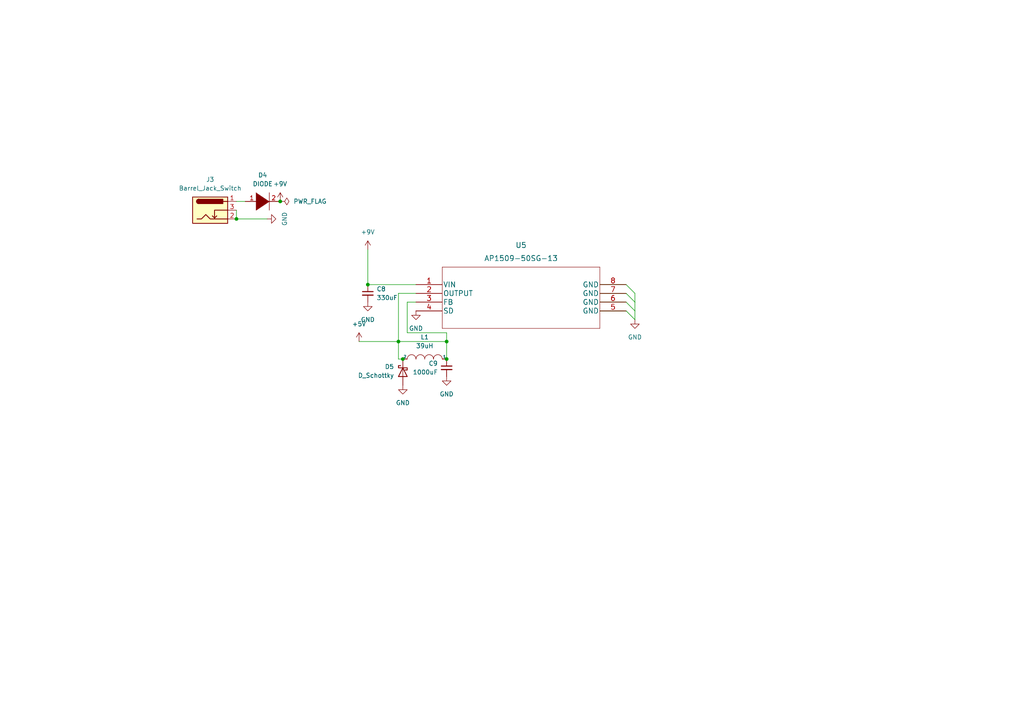
<source format=kicad_sch>
(kicad_sch (version 20211123) (generator eeschema)
  (paper "A4")
  (lib_symbols
    (symbol "Connector:Barrel_Jack_Switch" (pin_names hide)
      (property "Reference" "J" (at 0 5.334 0))
      (property "Value" "Barrel_Jack_Switch" (at 0 -5.08 0))
      (symbol "Barrel_Jack_Switch_0_1"
        (rectangle (start -5.08 3.81) (end 5.08 -3.81) (stroke (width 0.254)) (fill (type background)))
        (arc (start -3.302 3.175) (mid -3.937 2.54) (end -3.302 1.905) (stroke (width 0.254)))
        (arc (start -3.302 3.175) (mid -3.937 2.54) (end -3.302 1.905) (stroke (width 0.254)) (fill (type outline)))
        (polyline (pts (xy 1.27 -2.286) (xy 1.905 -1.651)) (stroke (width 0.254)))
        (polyline (pts (xy 5.08 2.54) (xy 3.81 2.54)) (stroke (width 0.254)))
        (polyline (pts (xy 5.08 0) (xy 1.27 0) (xy 1.27 -2.286) (xy 0.635 -1.651)) (stroke (width 0.254)))
        (polyline (pts (xy -3.81 -2.54) (xy -2.54 -2.54) (xy -1.27 -1.27) (xy 0 -2.54) (xy 2.54 -2.54) (xy 5.08 -2.54)) (stroke (width 0.254)))
        (rectangle (start 3.683 3.175) (end -3.302 1.905) (stroke (width 0.254)) (fill (type outline)))
      )
      (symbol "Barrel_Jack_Switch_1_1"
        (pin passive line (at 7.62 2.54 180) (length 2.54) (name "~") (number "1"))
        (pin passive line (at 7.62 -2.54 180) (length 2.54) (name "~") (number "2"))
        (pin passive line (at 7.62 0 180) (length 2.54) (name "~") (number "3"))
      )
    )
    (symbol "Device:C_Small" (pin_numbers hide) (pin_names (offset 0.254) hide)
      (property "Reference" "C" (at 0.254 1.778 0))
      (property "Value" "C_Small" (at 0.254 -2.032 0))
      (symbol "C_Small_0_1"
        (polyline (pts (xy -1.524 -0.508) (xy 1.524 -0.508)) (stroke (width 0.3302)))
        (polyline (pts (xy -1.524 0.508) (xy 1.524 0.508)) (stroke (width 0.3048)))
      )
      (symbol "C_Small_1_1"
        (pin passive line (at 0 2.54 270) (length 2.032) (name "~") (number "1"))
        (pin passive line (at 0 -2.54 90) (length 2.032) (name "~") (number "2"))
      )
    )
    (symbol "Device:D_Schottky" (pin_numbers hide) (pin_names (offset 1.016) hide)
      (property "Reference" "D" (at 0 2.54 0))
      (property "Value" "D_Schottky" (at 0 -2.54 0))
      (symbol "D_Schottky_0_1"
        (polyline (pts (xy 1.27 0) (xy -1.27 0)))
        (polyline (pts (xy 1.27 1.27) (xy 1.27 -1.27) (xy -1.27 0) (xy 1.27 1.27)) (stroke (width 0.254)))
        (polyline (pts (xy -1.905 0.635) (xy -1.905 1.27) (xy -1.27 1.27) (xy -1.27 -1.27) (xy -0.635 -1.27) (xy -0.635 -0.635)) (stroke (width 0.254)))
      )
      (symbol "D_Schottky_1_1"
        (pin passive line (at -3.81 0 0) (length 2.54) (name "K") (number "1"))
        (pin passive line (at 3.81 0 180) (length 2.54) (name "A") (number "2"))
      )
    )
    (symbol "Regulator_Switching:AP1509-50SG-13" (pin_names (offset 0.254))
      (property "Reference" "U5" (at 30.48 11.43 0))
      (property "Value" "AP1509-50SG-13" (at 30.48 7.62 0))
      (symbol "AP1509-50SG-13_1_1"
        (polyline (pts (xy 7.62 -12.7) (xy 53.34 -12.7)) (stroke (width 0.127)))
        (polyline (pts (xy 7.62 5.08) (xy 7.62 -12.7)) (stroke (width 0.127)))
        (polyline (pts (xy 53.34 -12.7) (xy 53.34 5.08)) (stroke (width 0.127)))
        (polyline (pts (xy 53.34 5.08) (xy 7.62 5.08)) (stroke (width 0.127)))
        (pin input line (at 0 0 0) (length 7.62) (name "VIN") (number "1"))
        (pin power_out line (at 0 -2.54 0) (length 7.62) (name "OUTPUT") (number "2"))
        (pin input line (at 0 -5.08 0) (length 7.62) (name "FB") (number "3"))
        (pin input line (at 0 -7.62 0) (length 7.62) (name "SD") (number "4"))
        (pin power_in line (at 60.96 -7.62 180) (length 7.62) (name "GND") (number "5"))
        (pin power_in line (at 60.96 -5.08 180) (length 7.62) (name "GND") (number "6"))
        (pin power_in line (at 60.96 -2.54 180) (length 7.62) (name "GND") (number "7"))
        (pin power_in line (at 60.96 0 180) (length 7.62) (name "GND") (number "8"))
      )
    )
    (symbol "power:+5V" (power) (pin_names (offset 0))
      (property "Value" "+5V" (at 0 3.556 0))
      (symbol "+5V_0_1"
        (polyline (pts (xy -0.762 1.27) (xy 0 2.54)))
        (polyline (pts (xy 0 0) (xy 0 2.54)))
        (polyline (pts (xy 0 2.54) (xy 0.762 1.27)))
      )
      (symbol "+5V_1_1"
        (pin power_in line (at 0 0 90) (length 0) hide (name "+5V") (number "1"))
      )
    )
    (symbol "power:+9V" (power) (pin_names (offset 0))
      (property "Value" "+9V" (at 0 3.556 0))
      (symbol "+9V_0_1"
        (polyline (pts (xy -0.762 1.27) (xy 0 2.54)))
        (polyline (pts (xy 0 0) (xy 0 2.54)))
        (polyline (pts (xy 0 2.54) (xy 0.762 1.27)))
      )
      (symbol "+9V_1_1"
        (pin power_in line (at 0 0 90) (length 0) hide (name "+9V") (number "1"))
      )
    )
    (symbol "power:GND" (power) (pin_names (offset 0))
      (property "Value" "GND" (at 0 -3.81 0))
      (symbol "GND_0_1"
        (polyline (pts (xy 0 0) (xy 0 -1.27) (xy 1.27 -1.27) (xy 0 -2.54) (xy -1.27 -1.27) (xy 0 -1.27)))
      )
      (symbol "GND_1_1"
        (pin power_in line (at 0 0 270) (length 0) hide (name "GND") (number "1"))
      )
    )
    (symbol "power:PWR_FLAG" (power) (pin_numbers hide) (pin_names (offset 0) hide)
      (property "Value" "PWR_FLAG" (at 0 3.81 0))
      (symbol "PWR_FLAG_0_0"
        (pin power_out line (at 0 0 90) (length 0) (name "pwr") (number "1"))
      )
      (symbol "PWR_FLAG_0_1"
        (polyline (pts (xy 0 0) (xy 0 1.27) (xy -1.016 1.905) (xy 0 2.54) (xy 1.016 1.905) (xy 0 1.27)))
      )
    )
    (symbol "pspice:DIODE" (pin_names (offset 1.016) hide)
      (property "Reference" "D" (at 0 3.81 0))
      (property "Value" "DIODE" (at 0 -4.445 0))
      (symbol "DIODE_0_1"
        (polyline (pts (xy 1.905 2.54) (xy 1.905 -2.54)))
        (polyline (pts (xy -1.905 2.54) (xy -1.905 -2.54) (xy 1.905 0)) (fill (type outline)))
      )
      (symbol "DIODE_1_1"
        (pin input line (at -5.08 0 0) (length 3.81) (name "K") (number "1"))
        (pin input line (at 5.08 0 180) (length 3.81) (name "A") (number "2"))
      )
    )
    (symbol "pspice:INDUCTOR" (pin_numbers hide) (pin_names (offset 0))
      (property "Reference" "L" (at 0 2.54 0))
      (property "Value" "INDUCTOR" (at 0 -1.27 0))
      (symbol "INDUCTOR_0_1"
        (arc (start -2.54 0) (mid -3.81 1.27) (end -5.08 0))
        (arc (start 0 0) (mid -1.27 1.27) (end -2.54 0))
        (arc (start 2.54 0) (mid 1.27 1.27) (end 0 0))
        (arc (start 5.08 0) (mid 3.81 1.27) (end 2.54 0))
      )
      (symbol "INDUCTOR_1_1"
        (pin input line (at -6.35 0 0) (length 1.27) (name "1") (number "1"))
        (pin input line (at 6.35 0 180) (length 1.27) (name "2") (number "2"))
      )
    )
  )
  (junction (at 115.57 99.06))
  (junction (at 68.58 63.5))
  (junction (at 116.84 104.14))
  (junction (at 106.68 82.55))
  (junction (at 129.54 104.14))
  (junction (at 81.28 58.42))
  (junction (at 129.54 99.06))
  (bus_entry (at 181.61 90.17) (size 2.54 2.54))
  (bus_entry (at 181.61 87.63) (size 2.54 2.54))
  (bus_entry (at 181.61 85.09) (size 2.54 2.54))
  (bus_entry (at 181.61 82.55) (size 2.54 2.54))
  (wire (pts (xy 68.58 58.42) (xy 71.12 58.42)))
  (wire (pts (xy 115.57 85.09) (xy 115.57 99.06)))
  (wire (pts (xy 106.68 72.39) (xy 106.68 82.55)))
  (wire (pts (xy 115.57 99.06) (xy 115.57 104.14)))
  (wire (pts (xy 106.68 82.55) (xy 120.65 82.55)))
  (wire (pts (xy 115.57 104.14) (xy 116.84 104.14)))
  (wire (pts (xy 68.58 63.5) (xy 77.47 63.5)))
  (wire (pts (xy 184.15 87.63) (xy 184.15 90.17)))
  (wire (pts (xy 184.15 90.17) (xy 184.15 92.71)))
  (wire (pts (xy 129.54 99.06) (xy 115.57 99.06)))
  (wire (pts (xy 120.65 85.09) (xy 115.57 85.09)))
  (wire (pts (xy 173.99 87.63) (xy 181.61 87.63)))
  (wire (pts (xy 104.14 99.06) (xy 115.57 99.06)))
  (wire (pts (xy 173.99 85.09) (xy 181.61 85.09)))
  (wire (pts (xy 173.99 90.17) (xy 181.61 90.17)))
  (wire (pts (xy 184.15 85.09) (xy 184.15 87.63)))
  (wire (pts (xy 68.58 60.96) (xy 68.58 63.5)))
  (wire (pts (xy 173.99 82.55) (xy 181.61 82.55)))
  (wire (pts (xy 129.54 99.06) (xy 129.54 96.52)))
  (wire (pts (xy 129.54 104.14) (xy 129.54 99.06)))
  (wire (pts (xy 118.11 96.52) (xy 118.11 87.63)))
  (wire (pts (xy 118.11 87.63) (xy 120.65 87.63)))
  (wire (pts (xy 129.54 96.52) (xy 118.11 96.52)))
  (symbol (lib_id "power:GND") (at 77.47 63.5 90) (unit 1)
    (property "Reference" "#PWR0135" (effects hide))
    (property "Value" "GND" (at 82.55 63.5 0))
  )
  (symbol (lib_id "power:PWR_FLAG") (at 81.28 58.42 270) (unit 1)
    (property "Reference" "#FLG0104" (effects hide))
    (property "Value" "PWR_FLAG" (at 85.09 58.4199 90) (effects (justify left)))
  )
  (symbol (lib_id "Device:D_Schottky") (at 116.84 107.95 90) (mirror x) (unit 1)
    (property "Reference" "D5" (at 114.3 106.3624 90) (effects (justify left)))
    (property "Value" "D_Schottky" (at 114.3 108.9024 90) (effects (justify left)))
    (property "Footprint" "Diode_SMD:D_SOD-123F" (effects hide))
  )
  (symbol (lib_id "Device:C_Small") (at 129.54 106.68 0) (mirror y) (unit 1)
    (property "Reference" "C9" (at 127 105.4162 0) (effects (justify left)))
    (property "Value" "1000uF" (at 127 107.9562 0) (effects (justify left)))
    (property "Footprint" "Capacitor_THT:C_Radial_D10.0mm_H16.0mm_P5.00mm" (effects hide))
  )
  (symbol (lib_id "Connector:Barrel_Jack_Switch") (at 60.96 60.96 0) (unit 1)
    (property "Reference" "J3" (at 60.96 52.07 0))
    (property "Value" "Barrel_Jack_Switch" (at 60.96 54.61 0))
    (property "Footprint" "Connector_BarrelJack:BarrelJack_Horizontal" (effects hide))
  )
  (symbol (lib_id "power:+5V") (at 104.14 99.06 0) (unit 1)
    (property "Reference" "#PWR0132" (effects hide))
    (property "Value" "+5V" (at 104.14 93.98 0))
  )
  (symbol (lib_id "power:GND") (at 120.65 90.17 0) (unit 1)
    (property "Reference" "#PWR0129" (effects hide))
    (property "Value" "GND" (at 120.65 95.25 0))
  )
  (symbol (lib_id "power:GND") (at 106.68 87.63 0) (unit 1)
    (property "Reference" "#PWR0130" (effects hide))
    (property "Value" "GND" (at 106.68 92.71 0))
  )
  (symbol (lib_id "power:GND") (at 116.84 111.76 0) (mirror y) (unit 1)
    (property "Reference" "#PWR0134" (effects hide))
    (property "Value" "GND" (at 116.84 116.84 0))
  )
  (symbol (lib_id "power:GND") (at 184.15 92.71 0) (unit 1)
    (property "Reference" "#PWR0128" (effects hide))
    (property "Value" "GND" (at 184.15 97.79 0))
  )
  (symbol (lib_id "Regulator_Switching:AP1509-50SG-13") (at 120.65 82.55 0) (unit 1)
    (property "Reference" "U5" (at 151.13 71.12 0) (effects (font (size 1.524 1.524))))
    (property "Value" "AP1509-50SG-13" (at 151.13 74.93 0) (effects (font (size 1.524 1.524))))
    (property "Footprint" "Package_SO:SOIC-8_3.9x4.9mm_P1.27mm" (effects hide))
  )
  (symbol (lib_id "power:+9V") (at 81.28 58.42 0) (unit 1)
    (property "Reference" "#PWR0136" (effects hide))
    (property "Value" "+9V" (at 81.28 53.34 0))
  )
  (symbol (lib_id "pspice:INDUCTOR") (at 123.19 104.14 0) (mirror y) (unit 1)
    (property "Reference" "L1" (at 123.19 97.79 0))
    (property "Value" "39uH" (at 123.19 100.33 0))
    (property "Footprint" "Inductor_SMD:L_10.4x10.4_H4.8" (effects hide))
  )
  (symbol (lib_id "Device:C_Small") (at 106.68 85.09 0) (unit 1)
    (property "Reference" "C8" (at 109.22 83.8262 0) (effects (justify left)))
    (property "Value" "330uF" (at 109.22 86.3662 0) (effects (justify left)))
    (property "Footprint" "Capacitor_SMD:C_1206_3216Metric" (effects hide))
  )
  (symbol (lib_id "power:GND") (at 129.54 109.22 0) (mirror y) (unit 1)
    (property "Reference" "#PWR0133" (effects hide))
    (property "Value" "GND" (at 129.54 114.3 0))
  )
  (symbol (lib_id "power:+9V") (at 106.68 72.39 0) (unit 1)
    (property "Reference" "#PWR0137" (effects hide))
    (property "Value" "+9V" (at 106.68 67.31 0))
  )
  (symbol (lib_id "pspice:DIODE") (at 76.2 58.42 0) (unit 1)
    (property "Reference" "D4" (at 76.2 50.8 0))
    (property "Value" "DIODE" (at 76.2 53.34 0))
    (property "Footprint" "Diode_SMD:D_SOD-123F" (effects hide))
  )
)
</source>
